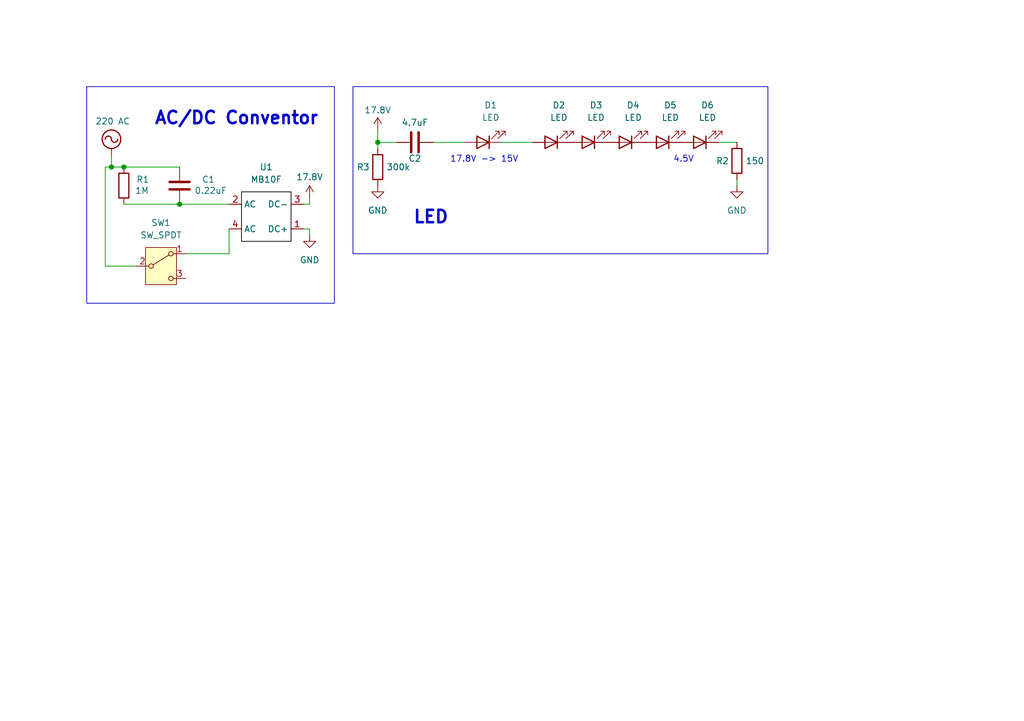
<source format=kicad_sch>
(kicad_sch (version 20250114) (generator "eeschema") (generator_version "9.0")
  (paper "A5")
  (lib_symbols
    (symbol "Device:C" (pin_numbers (hide yes)) (pin_names (offset 0.254))
      (property "Reference" "C" (at 0.635 2.54 0))
      (property "Value" "C" (at 0.635 -2.54 0))
      (symbol "C_0_1"
        (polyline (pts (xy -2.032 0.762) (xy 2.032 0.762)) (stroke (width 0.508)))
        (polyline (pts (xy -2.032 -0.762) (xy 2.032 -0.762)) (stroke (width 0.508)))
      )
      (symbol "C_1_1"
        (pin passive line (at 0 3.81 270) (length 2.794) (name "~") (number "1"))
        (pin passive line (at 0 -3.81 90) (length 2.794) (name "~") (number "2"))
      )
    )
    (symbol "Device:LED" (pin_numbers (hide yes)) (pin_names (offset 1.016) (hide yes))
      (property "Reference" "D" (at 0 2.54 0))
      (property "Value" "LED" (at 0 -2.54 0))
      (symbol "LED_0_1"
        (polyline (pts (xy -3.048 -0.762) (xy -4.572 -2.286) (xy -3.81 -2.286) (xy -4.572 -2.286) (xy -4.572 -1.524)))
        (polyline (pts (xy -1.778 -0.762) (xy -3.302 -2.286) (xy -2.54 -2.286) (xy -3.302 -2.286) (xy -3.302 -1.524)))
        (polyline (pts (xy -1.27 0) (xy 1.27 0)))
        (polyline (pts (xy -1.27 -1.27) (xy -1.27 1.27)) (stroke (width 0.254)))
        (polyline (pts (xy 1.27 -1.27) (xy 1.27 1.27) (xy -1.27 0) (xy 1.27 -1.27)) (stroke (width 0.254)))
      )
      (symbol "LED_1_1"
        (pin passive line (at -3.81 0 0) (length 2.54) (name "K") (number "1"))
        (pin passive line (at 3.81 0 180) (length 2.54) (name "A") (number "2"))
      )
    )
    (symbol "Device:R" (pin_numbers (hide yes)) (pin_names (offset 0))
      (property "Reference" "R" (at 2.032 0 90))
      (property "Value" "R" (at 0 0 90))
      (symbol "R_0_1"
        (rectangle (start -1.016 -2.54) (end 1.016 2.54) (stroke (width 0.254)))
      )
      (symbol "R_1_1"
        (pin passive line (at 0 3.81 270) (length 1.27) (name "~") (number "1"))
        (pin passive line (at 0 -3.81 90) (length 1.27) (name "~") (number "2"))
      )
    )
    (symbol "Switch:SW_SPDT" (pin_names (offset 0) (hide yes))
      (property "Reference" "SW" (at 0 5.08 0))
      (property "Value" "SW_SPDT" (at 0 -5.08 0))
      (symbol "SW_SPDT_0_1"
        (circle (center -2.032 0) (radius 0.4572))
        (polyline (pts (xy -1.651 0.254) (xy 1.651 2.286)))
        (circle (center 2.032 2.54) (radius 0.4572))
        (circle (center 2.032 -2.54) (radius 0.4572))
      )
      (symbol "SW_SPDT_1_1"
        (rectangle (start -3.175 3.81) (end 3.175 -3.81) (fill (type background)))
        (pin passive line (at -5.08 0 0) (length 2.54) (name "B") (number "2"))
        (pin passive line (at 5.08 2.54 180) (length 2.54) (name "A") (number "1"))
        (pin passive line (at 5.08 -2.54 180) (length 2.54) (name "C") (number "3"))
      )
    )
    (symbol "power:+5V" (power) (pin_numbers (hide yes)) (pin_names (offset 0) (hide yes))
      (property "Value" "+5V" (at 0 3.556 0))
      (symbol "+5V_0_1"
        (polyline (pts (xy -0.762 1.27) (xy 0 2.54)))
        (polyline (pts (xy 0 2.54) (xy 0.762 1.27)))
        (polyline (pts (xy 0 0) (xy 0 2.54)))
      )
      (symbol "+5V_1_1"
        (pin power_in line (at 0 0 90) (length 0) (name "~") (number "1"))
      )
    )
    (symbol "power:AC" (power) (pin_numbers (hide yes)) (pin_names (offset 0) (hide yes))
      (property "Value" "AC" (at 0 6.35 0))
      (symbol "AC_0_1"
        (arc (start -1.27 3.175) (mid -0.635 3.8073) (end 0 3.175) (stroke (width 0.254)))
        (circle (center 0 3.175) (radius 1.905) (stroke (width 0.254)))
        (polyline (pts (xy 0 0) (xy 0 1.27)))
        (arc (start 1.27 3.175) (mid 0.635 2.5427) (end 0 3.175) (stroke (width 0.254)))
      )
      (symbol "AC_1_1"
        (pin power_in line (at 0 0 90) (length 0) (name "~") (number "1"))
      )
    )
    (symbol "power:GND" (power) (pin_numbers (hide yes)) (pin_names (offset 0) (hide yes))
      (property "Value" "GND" (at 0 -3.81 0))
      (symbol "GND_0_1"
        (polyline (pts (xy 0 0) (xy 0 -1.27) (xy 1.27 -1.27) (xy 0 -2.54) (xy -1.27 -1.27) (xy 0 -1.27)))
      )
      (symbol "GND_1_1"
        (pin power_in line (at 0 0 270) (length 0) (name "~") (number "1"))
      )
    )
    (symbol "symb:MB10F"
      (property "Reference" "U" (at 0 0 0))
      (symbol "MB10F_1_1"
        (rectangle (start -5.08 5.08) (end 5.08 -5.08) (stroke (width 0) (color 0 0 0 1)))
        (pin input line (at -7.62 2.54 0) (length 2.54) (name "AC") (number "2"))
        (pin input line (at -7.62 -2.54 0) (length 2.54) (name "AC") (number "4"))
        (pin output line (at 7.62 2.54 180) (length 2.54) (name "DC-") (number "3"))
        (pin output line (at 7.62 -2.54 180) (length 2.54) (name "DC+") (number "1"))
      )
    )
  )
  (rectangle (start 17.78 17.78) (end 68.58 62.23))
  (rectangle (start 72.39 17.78) (end 157.48 52.07))
  (text "4.5V" (at 140.208 32.766 0) (effects (font (size 1.27 1.27))))
  (text "17.8V -> 15V" (at 99.314 32.766 0) (effects (font (size 1.27 1.27))))
  (text "AC/DC Conventor" (at 48.514 24.384 0) (effects (font (size 2.54 2.54) (thickness 0.508) (bold yes))))
  (text "LED" (at 88.392 44.704 0) (effects (font (size 2.54 2.54) (thickness 0.508) (bold yes))))
  (junction (at 36.83 41.91))
  (junction (at 25.4 34.29))
  (junction (at 77.47 29.21))
  (junction (at 22.86 34.29))
  (wire (pts (xy 151.13 36.83) (xy 151.13 38.1)))
  (wire (pts (xy 77.47 29.21) (xy 77.47 30.48)))
  (wire (pts (xy 46.99 52.07) (xy 46.99 46.99)))
  (wire (pts (xy 36.83 41.91) (xy 46.99 41.91)))
  (wire (pts (xy 81.28 29.21) (xy 77.47 29.21)))
  (wire (pts (xy 63.5 46.99) (xy 62.23 46.99)))
  (wire (pts (xy 27.94 54.61) (xy 21.59 54.61)))
  (wire (pts (xy 95.25 29.21) (xy 88.9 29.21)))
  (wire (pts (xy 21.59 34.29) (xy 21.59 54.61)))
  (wire (pts (xy 62.23 41.91) (xy 63.5 41.91)))
  (wire (pts (xy 77.47 26.67) (xy 77.47 29.21)))
  (wire (pts (xy 109.22 29.21) (xy 102.87 29.21)))
  (wire (pts (xy 63.5 40.64) (xy 63.5 41.91)))
  (wire (pts (xy 36.83 34.29) (xy 25.4 34.29)))
  (wire (pts (xy 22.86 31.75) (xy 22.86 34.29)))
  (wire (pts (xy 22.86 34.29) (xy 25.4 34.29)))
  (wire (pts (xy 63.5 46.99) (xy 63.5 48.26)))
  (wire (pts (xy 21.59 34.29) (xy 22.86 34.29)))
  (wire (pts (xy 38.1 52.07) (xy 46.99 52.07)))
  (wire (pts (xy 25.4 41.91) (xy 36.83 41.91)))
  (wire (pts (xy 151.13 29.21) (xy 147.32 29.21)))
  (symbol (lib_id "Device:C") (at 85.09 29.21 90) (unit 1)
    (property "Reference" "C2" (at 85.09 32.512 90))
    (property "Value" "4.7uF" (at 85.09 25.146 90))
    (property "Description" "Unpolarized capacitor" (effects (hide yes)))
  )
  (symbol (lib_id "power:+5V") (at 63.5 40.64 0) (unit 1)
    (property "Reference" "#PWR03" (effects (hide yes)))
    (property "Value" "17.8V" (at 63.5 36.322 0))
    (property "Description" "Power symbol creates a global label with name \"+5V\"" (effects (hide yes)))
  )
  (symbol (lib_id "power:AC") (at 22.86 31.75 0) (unit 1)
    (property "Reference" "#PWR01" (effects (hide yes)))
    (property "Value" "220 AC" (at 23.114 24.892 0))
    (property "Description" "Power symbol creates a global label with name \"AC\"" (effects (hide yes)))
  )
  (symbol (lib_id "power:+5V") (at 77.47 26.67 0) (unit 1)
    (property "Reference" "#PWR04" (effects (hide yes)))
    (property "Value" "17.8V" (at 77.47 22.606 0))
    (property "Description" "Power symbol creates a global label with name \"+5V\"" (effects (hide yes)))
  )
  (symbol (lib_id "Device:R") (at 25.4 38.1 0) (unit 1)
    (property "Reference" "R1" (at 27.94 36.8299 0) (effects (justify left)))
    (property "Value" "1M" (at 27.686 39.116 0) (effects (justify left)))
    (property "Description" "Resistor" (effects (hide yes)))
  )
  (symbol (lib_id "Device:LED") (at 135.89 29.21 180) (unit 1)
    (property "Reference" "D5" (at 137.4775 21.59 0))
    (property "Value" "LED" (at 137.4775 24.13 0))
    (property "Description" "Light emitting diode" (effects (hide yes)))
    (property "Sim.Pins" "1=K 2=A" (effects (hide yes)))
  )
  (symbol (lib_id "Device:LED") (at 143.51 29.21 180) (unit 1)
    (property "Reference" "D6" (at 145.0975 21.59 0))
    (property "Value" "LED" (at 145.0975 24.13 0))
    (property "Description" "Light emitting diode" (effects (hide yes)))
    (property "Sim.Pins" "1=K 2=A" (effects (hide yes)))
  )
  (symbol (lib_id "symb:MB10F") (at 54.61 44.45 0) (unit 1)
    (property "Reference" "U1" (at 54.61 34.29 0))
    (property "Value" "MB10F" (at 54.61 36.83 0))
    (property "Datasheet" "https://www.digikey.in/en/htmldatasheets/production/8328838/0/0/1/mb10f" (effects (hide yes)))
  )
  (symbol (lib_id "Device:LED") (at 128.27 29.21 180) (unit 1)
    (property "Reference" "D4" (at 129.8575 21.59 0))
    (property "Value" "LED" (at 129.8575 24.13 0))
    (property "Description" "Light emitting diode" (effects (hide yes)))
    (property "Sim.Pins" "1=K 2=A" (effects (hide yes)))
  )
  (symbol (lib_id "power:GND") (at 151.13 38.1 0) (unit 1)
    (property "Reference" "#PWR05" (effects (hide yes)))
    (property "Value" "GND" (at 151.13 43.18 0))
    (property "Description" "Power symbol creates a global label with name \"GND\" , ground" (effects (hide yes)))
  )
  (symbol (lib_id "power:GND") (at 63.5 48.26 0) (unit 1)
    (property "Reference" "#PWR02" (effects (hide yes)))
    (property "Value" "GND" (at 63.5 53.34 0))
    (property "Description" "Power symbol creates a global label with name \"GND\" , ground" (effects (hide yes)))
  )
  (symbol (lib_id "Device:LED") (at 120.65 29.21 180) (unit 1)
    (property "Reference" "D3" (at 122.2375 21.59 0))
    (property "Value" "LED" (at 122.2375 24.13 0))
    (property "Description" "Light emitting diode" (effects (hide yes)))
    (property "Sim.Pins" "1=K 2=A" (effects (hide yes)))
  )
  (symbol (lib_id "Device:LED") (at 99.06 29.21 180) (unit 1)
    (property "Reference" "D1" (at 100.6475 21.59 0))
    (property "Value" "LED" (at 100.6475 24.13 0))
    (property "Description" "Light emitting diode" (effects (hide yes)))
    (property "Sim.Pins" "1=K 2=A" (effects (hide yes)))
  )
  (symbol (lib_id "Switch:SW_SPDT") (at 33.02 54.61 0) (unit 1)
    (property "Reference" "SW1" (at 33.02 45.72 0))
    (property "Value" "SW_SPDT" (at 33.02 48.26 0))
    (property "Description" "Switch, single pole double throw" (effects (hide yes)))
  )
  (symbol (lib_id "Device:R") (at 77.47 34.29 0) (unit 1)
    (property "Reference" "R3" (at 73.152 34.29 0) (effects (justify left)))
    (property "Value" "300k" (at 79.248 34.29 0) (effects (justify left)))
    (property "Description" "Resistor" (effects (hide yes)))
  )
  (symbol (lib_id "Device:C") (at 36.83 38.1 0) (unit 1)
    (property "Reference" "C1" (at 41.402 36.83 0) (effects (justify left)))
    (property "Value" "0.22uF" (at 39.878 39.116 0) (effects (justify left)))
    (property "Datasheet" "https://www.dart.ru/cataloguenew/capacitors/dip/film-cap/cbb22.shtml" (effects (hide yes)))
    (property "Description" "Unpolarized capacitor" (effects (hide yes)))
  )
  (symbol (lib_id "Device:LED") (at 113.03 29.21 180) (unit 1)
    (property "Reference" "D2" (at 114.6175 21.59 0))
    (property "Value" "LED" (at 114.6175 24.13 0))
    (property "Description" "Light emitting diode" (effects (hide yes)))
    (property "Sim.Pins" "1=K 2=A" (effects (hide yes)))
  )
  (symbol (lib_id "power:GND") (at 77.47 38.1 0) (unit 1)
    (property "Reference" "#PWR06" (effects (hide yes)))
    (property "Value" "GND" (at 77.47 43.18 0))
    (property "Description" "Power symbol creates a global label with name \"GND\" , ground" (effects (hide yes)))
  )
  (symbol (lib_id "Device:R") (at 151.13 33.02 0) (unit 1)
    (property "Reference" "R2" (at 146.812 33.02 0) (effects (justify left)))
    (property "Value" "150" (at 152.908 33.02 0) (effects (justify left)))
    (property "Description" "Resistor" (effects (hide yes)))
  )
)
</source>
